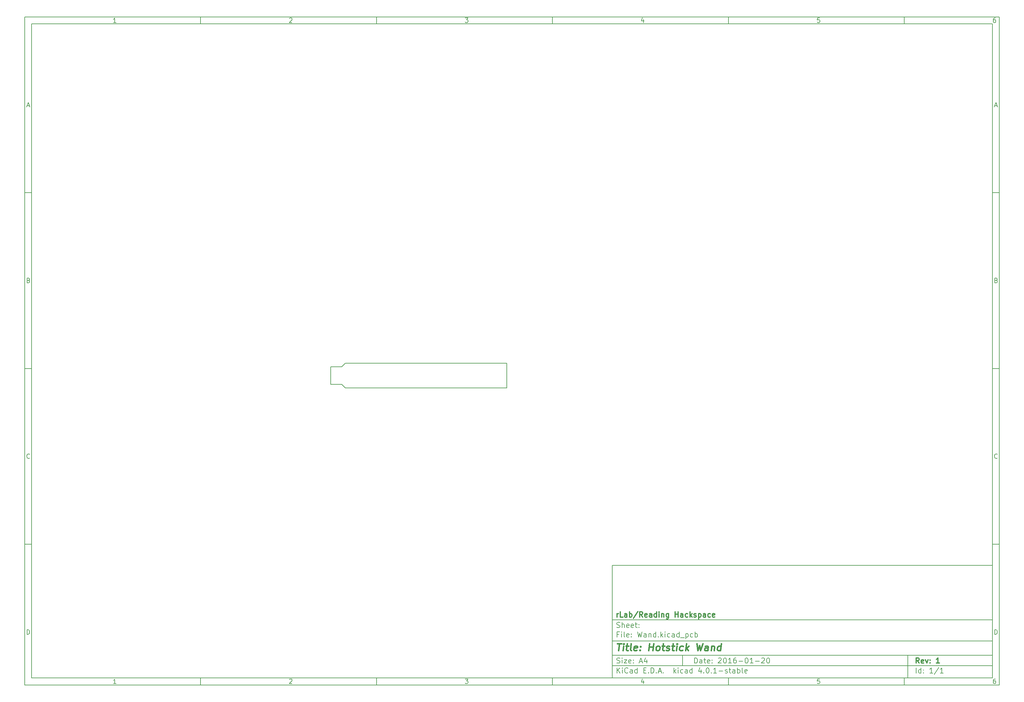
<source format=gbr>
G04 #@! TF.FileFunction,Profile,NP*
%FSLAX46Y46*%
G04 Gerber Fmt 4.6, Leading zero omitted, Abs format (unit mm)*
G04 Created by KiCad (PCBNEW 4.0.1-stable) date 29/01/2016 19:20:18*
%MOMM*%
G01*
G04 APERTURE LIST*
%ADD10C,0.100000*%
%ADD11C,0.150000*%
%ADD12C,0.300000*%
%ADD13C,0.400000*%
G04 APERTURE END LIST*
D10*
D11*
X177002200Y-166007200D02*
X177002200Y-198007200D01*
X285002200Y-198007200D01*
X285002200Y-166007200D01*
X177002200Y-166007200D01*
D10*
D11*
X10000000Y-10000000D02*
X10000000Y-200007200D01*
X287002200Y-200007200D01*
X287002200Y-10000000D01*
X10000000Y-10000000D01*
D10*
D11*
X12000000Y-12000000D02*
X12000000Y-198007200D01*
X285002200Y-198007200D01*
X285002200Y-12000000D01*
X12000000Y-12000000D01*
D10*
D11*
X60000000Y-12000000D02*
X60000000Y-10000000D01*
D10*
D11*
X110000000Y-12000000D02*
X110000000Y-10000000D01*
D10*
D11*
X160000000Y-12000000D02*
X160000000Y-10000000D01*
D10*
D11*
X210000000Y-12000000D02*
X210000000Y-10000000D01*
D10*
D11*
X260000000Y-12000000D02*
X260000000Y-10000000D01*
D10*
D11*
X35990476Y-11588095D02*
X35247619Y-11588095D01*
X35619048Y-11588095D02*
X35619048Y-10288095D01*
X35495238Y-10473810D01*
X35371429Y-10597619D01*
X35247619Y-10659524D01*
D10*
D11*
X85247619Y-10411905D02*
X85309524Y-10350000D01*
X85433333Y-10288095D01*
X85742857Y-10288095D01*
X85866667Y-10350000D01*
X85928571Y-10411905D01*
X85990476Y-10535714D01*
X85990476Y-10659524D01*
X85928571Y-10845238D01*
X85185714Y-11588095D01*
X85990476Y-11588095D01*
D10*
D11*
X135185714Y-10288095D02*
X135990476Y-10288095D01*
X135557143Y-10783333D01*
X135742857Y-10783333D01*
X135866667Y-10845238D01*
X135928571Y-10907143D01*
X135990476Y-11030952D01*
X135990476Y-11340476D01*
X135928571Y-11464286D01*
X135866667Y-11526190D01*
X135742857Y-11588095D01*
X135371429Y-11588095D01*
X135247619Y-11526190D01*
X135185714Y-11464286D01*
D10*
D11*
X185866667Y-10721429D02*
X185866667Y-11588095D01*
X185557143Y-10226190D02*
X185247619Y-11154762D01*
X186052381Y-11154762D01*
D10*
D11*
X235928571Y-10288095D02*
X235309524Y-10288095D01*
X235247619Y-10907143D01*
X235309524Y-10845238D01*
X235433333Y-10783333D01*
X235742857Y-10783333D01*
X235866667Y-10845238D01*
X235928571Y-10907143D01*
X235990476Y-11030952D01*
X235990476Y-11340476D01*
X235928571Y-11464286D01*
X235866667Y-11526190D01*
X235742857Y-11588095D01*
X235433333Y-11588095D01*
X235309524Y-11526190D01*
X235247619Y-11464286D01*
D10*
D11*
X285866667Y-10288095D02*
X285619048Y-10288095D01*
X285495238Y-10350000D01*
X285433333Y-10411905D01*
X285309524Y-10597619D01*
X285247619Y-10845238D01*
X285247619Y-11340476D01*
X285309524Y-11464286D01*
X285371429Y-11526190D01*
X285495238Y-11588095D01*
X285742857Y-11588095D01*
X285866667Y-11526190D01*
X285928571Y-11464286D01*
X285990476Y-11340476D01*
X285990476Y-11030952D01*
X285928571Y-10907143D01*
X285866667Y-10845238D01*
X285742857Y-10783333D01*
X285495238Y-10783333D01*
X285371429Y-10845238D01*
X285309524Y-10907143D01*
X285247619Y-11030952D01*
D10*
D11*
X60000000Y-198007200D02*
X60000000Y-200007200D01*
D10*
D11*
X110000000Y-198007200D02*
X110000000Y-200007200D01*
D10*
D11*
X160000000Y-198007200D02*
X160000000Y-200007200D01*
D10*
D11*
X210000000Y-198007200D02*
X210000000Y-200007200D01*
D10*
D11*
X260000000Y-198007200D02*
X260000000Y-200007200D01*
D10*
D11*
X35990476Y-199595295D02*
X35247619Y-199595295D01*
X35619048Y-199595295D02*
X35619048Y-198295295D01*
X35495238Y-198481010D01*
X35371429Y-198604819D01*
X35247619Y-198666724D01*
D10*
D11*
X85247619Y-198419105D02*
X85309524Y-198357200D01*
X85433333Y-198295295D01*
X85742857Y-198295295D01*
X85866667Y-198357200D01*
X85928571Y-198419105D01*
X85990476Y-198542914D01*
X85990476Y-198666724D01*
X85928571Y-198852438D01*
X85185714Y-199595295D01*
X85990476Y-199595295D01*
D10*
D11*
X135185714Y-198295295D02*
X135990476Y-198295295D01*
X135557143Y-198790533D01*
X135742857Y-198790533D01*
X135866667Y-198852438D01*
X135928571Y-198914343D01*
X135990476Y-199038152D01*
X135990476Y-199347676D01*
X135928571Y-199471486D01*
X135866667Y-199533390D01*
X135742857Y-199595295D01*
X135371429Y-199595295D01*
X135247619Y-199533390D01*
X135185714Y-199471486D01*
D10*
D11*
X185866667Y-198728629D02*
X185866667Y-199595295D01*
X185557143Y-198233390D02*
X185247619Y-199161962D01*
X186052381Y-199161962D01*
D10*
D11*
X235928571Y-198295295D02*
X235309524Y-198295295D01*
X235247619Y-198914343D01*
X235309524Y-198852438D01*
X235433333Y-198790533D01*
X235742857Y-198790533D01*
X235866667Y-198852438D01*
X235928571Y-198914343D01*
X235990476Y-199038152D01*
X235990476Y-199347676D01*
X235928571Y-199471486D01*
X235866667Y-199533390D01*
X235742857Y-199595295D01*
X235433333Y-199595295D01*
X235309524Y-199533390D01*
X235247619Y-199471486D01*
D10*
D11*
X285866667Y-198295295D02*
X285619048Y-198295295D01*
X285495238Y-198357200D01*
X285433333Y-198419105D01*
X285309524Y-198604819D01*
X285247619Y-198852438D01*
X285247619Y-199347676D01*
X285309524Y-199471486D01*
X285371429Y-199533390D01*
X285495238Y-199595295D01*
X285742857Y-199595295D01*
X285866667Y-199533390D01*
X285928571Y-199471486D01*
X285990476Y-199347676D01*
X285990476Y-199038152D01*
X285928571Y-198914343D01*
X285866667Y-198852438D01*
X285742857Y-198790533D01*
X285495238Y-198790533D01*
X285371429Y-198852438D01*
X285309524Y-198914343D01*
X285247619Y-199038152D01*
D10*
D11*
X10000000Y-60000000D02*
X12000000Y-60000000D01*
D10*
D11*
X10000000Y-110000000D02*
X12000000Y-110000000D01*
D10*
D11*
X10000000Y-160000000D02*
X12000000Y-160000000D01*
D10*
D11*
X10690476Y-35216667D02*
X11309524Y-35216667D01*
X10566667Y-35588095D02*
X11000000Y-34288095D01*
X11433333Y-35588095D01*
D10*
D11*
X11092857Y-84907143D02*
X11278571Y-84969048D01*
X11340476Y-85030952D01*
X11402381Y-85154762D01*
X11402381Y-85340476D01*
X11340476Y-85464286D01*
X11278571Y-85526190D01*
X11154762Y-85588095D01*
X10659524Y-85588095D01*
X10659524Y-84288095D01*
X11092857Y-84288095D01*
X11216667Y-84350000D01*
X11278571Y-84411905D01*
X11340476Y-84535714D01*
X11340476Y-84659524D01*
X11278571Y-84783333D01*
X11216667Y-84845238D01*
X11092857Y-84907143D01*
X10659524Y-84907143D01*
D10*
D11*
X11402381Y-135464286D02*
X11340476Y-135526190D01*
X11154762Y-135588095D01*
X11030952Y-135588095D01*
X10845238Y-135526190D01*
X10721429Y-135402381D01*
X10659524Y-135278571D01*
X10597619Y-135030952D01*
X10597619Y-134845238D01*
X10659524Y-134597619D01*
X10721429Y-134473810D01*
X10845238Y-134350000D01*
X11030952Y-134288095D01*
X11154762Y-134288095D01*
X11340476Y-134350000D01*
X11402381Y-134411905D01*
D10*
D11*
X10659524Y-185588095D02*
X10659524Y-184288095D01*
X10969048Y-184288095D01*
X11154762Y-184350000D01*
X11278571Y-184473810D01*
X11340476Y-184597619D01*
X11402381Y-184845238D01*
X11402381Y-185030952D01*
X11340476Y-185278571D01*
X11278571Y-185402381D01*
X11154762Y-185526190D01*
X10969048Y-185588095D01*
X10659524Y-185588095D01*
D10*
D11*
X287002200Y-60000000D02*
X285002200Y-60000000D01*
D10*
D11*
X287002200Y-110000000D02*
X285002200Y-110000000D01*
D10*
D11*
X287002200Y-160000000D02*
X285002200Y-160000000D01*
D10*
D11*
X285692676Y-35216667D02*
X286311724Y-35216667D01*
X285568867Y-35588095D02*
X286002200Y-34288095D01*
X286435533Y-35588095D01*
D10*
D11*
X286095057Y-84907143D02*
X286280771Y-84969048D01*
X286342676Y-85030952D01*
X286404581Y-85154762D01*
X286404581Y-85340476D01*
X286342676Y-85464286D01*
X286280771Y-85526190D01*
X286156962Y-85588095D01*
X285661724Y-85588095D01*
X285661724Y-84288095D01*
X286095057Y-84288095D01*
X286218867Y-84350000D01*
X286280771Y-84411905D01*
X286342676Y-84535714D01*
X286342676Y-84659524D01*
X286280771Y-84783333D01*
X286218867Y-84845238D01*
X286095057Y-84907143D01*
X285661724Y-84907143D01*
D10*
D11*
X286404581Y-135464286D02*
X286342676Y-135526190D01*
X286156962Y-135588095D01*
X286033152Y-135588095D01*
X285847438Y-135526190D01*
X285723629Y-135402381D01*
X285661724Y-135278571D01*
X285599819Y-135030952D01*
X285599819Y-134845238D01*
X285661724Y-134597619D01*
X285723629Y-134473810D01*
X285847438Y-134350000D01*
X286033152Y-134288095D01*
X286156962Y-134288095D01*
X286342676Y-134350000D01*
X286404581Y-134411905D01*
D10*
D11*
X285661724Y-185588095D02*
X285661724Y-184288095D01*
X285971248Y-184288095D01*
X286156962Y-184350000D01*
X286280771Y-184473810D01*
X286342676Y-184597619D01*
X286404581Y-184845238D01*
X286404581Y-185030952D01*
X286342676Y-185278571D01*
X286280771Y-185402381D01*
X286156962Y-185526190D01*
X285971248Y-185588095D01*
X285661724Y-185588095D01*
D10*
D11*
X200359343Y-193785771D02*
X200359343Y-192285771D01*
X200716486Y-192285771D01*
X200930771Y-192357200D01*
X201073629Y-192500057D01*
X201145057Y-192642914D01*
X201216486Y-192928629D01*
X201216486Y-193142914D01*
X201145057Y-193428629D01*
X201073629Y-193571486D01*
X200930771Y-193714343D01*
X200716486Y-193785771D01*
X200359343Y-193785771D01*
X202502200Y-193785771D02*
X202502200Y-193000057D01*
X202430771Y-192857200D01*
X202287914Y-192785771D01*
X202002200Y-192785771D01*
X201859343Y-192857200D01*
X202502200Y-193714343D02*
X202359343Y-193785771D01*
X202002200Y-193785771D01*
X201859343Y-193714343D01*
X201787914Y-193571486D01*
X201787914Y-193428629D01*
X201859343Y-193285771D01*
X202002200Y-193214343D01*
X202359343Y-193214343D01*
X202502200Y-193142914D01*
X203002200Y-192785771D02*
X203573629Y-192785771D01*
X203216486Y-192285771D02*
X203216486Y-193571486D01*
X203287914Y-193714343D01*
X203430772Y-193785771D01*
X203573629Y-193785771D01*
X204645057Y-193714343D02*
X204502200Y-193785771D01*
X204216486Y-193785771D01*
X204073629Y-193714343D01*
X204002200Y-193571486D01*
X204002200Y-193000057D01*
X204073629Y-192857200D01*
X204216486Y-192785771D01*
X204502200Y-192785771D01*
X204645057Y-192857200D01*
X204716486Y-193000057D01*
X204716486Y-193142914D01*
X204002200Y-193285771D01*
X205359343Y-193642914D02*
X205430771Y-193714343D01*
X205359343Y-193785771D01*
X205287914Y-193714343D01*
X205359343Y-193642914D01*
X205359343Y-193785771D01*
X205359343Y-192857200D02*
X205430771Y-192928629D01*
X205359343Y-193000057D01*
X205287914Y-192928629D01*
X205359343Y-192857200D01*
X205359343Y-193000057D01*
X207145057Y-192428629D02*
X207216486Y-192357200D01*
X207359343Y-192285771D01*
X207716486Y-192285771D01*
X207859343Y-192357200D01*
X207930772Y-192428629D01*
X208002200Y-192571486D01*
X208002200Y-192714343D01*
X207930772Y-192928629D01*
X207073629Y-193785771D01*
X208002200Y-193785771D01*
X208930771Y-192285771D02*
X209073628Y-192285771D01*
X209216485Y-192357200D01*
X209287914Y-192428629D01*
X209359343Y-192571486D01*
X209430771Y-192857200D01*
X209430771Y-193214343D01*
X209359343Y-193500057D01*
X209287914Y-193642914D01*
X209216485Y-193714343D01*
X209073628Y-193785771D01*
X208930771Y-193785771D01*
X208787914Y-193714343D01*
X208716485Y-193642914D01*
X208645057Y-193500057D01*
X208573628Y-193214343D01*
X208573628Y-192857200D01*
X208645057Y-192571486D01*
X208716485Y-192428629D01*
X208787914Y-192357200D01*
X208930771Y-192285771D01*
X210859342Y-193785771D02*
X210002199Y-193785771D01*
X210430771Y-193785771D02*
X210430771Y-192285771D01*
X210287914Y-192500057D01*
X210145056Y-192642914D01*
X210002199Y-192714343D01*
X212145056Y-192285771D02*
X211859342Y-192285771D01*
X211716485Y-192357200D01*
X211645056Y-192428629D01*
X211502199Y-192642914D01*
X211430770Y-192928629D01*
X211430770Y-193500057D01*
X211502199Y-193642914D01*
X211573627Y-193714343D01*
X211716485Y-193785771D01*
X212002199Y-193785771D01*
X212145056Y-193714343D01*
X212216485Y-193642914D01*
X212287913Y-193500057D01*
X212287913Y-193142914D01*
X212216485Y-193000057D01*
X212145056Y-192928629D01*
X212002199Y-192857200D01*
X211716485Y-192857200D01*
X211573627Y-192928629D01*
X211502199Y-193000057D01*
X211430770Y-193142914D01*
X212930770Y-193214343D02*
X214073627Y-193214343D01*
X215073627Y-192285771D02*
X215216484Y-192285771D01*
X215359341Y-192357200D01*
X215430770Y-192428629D01*
X215502199Y-192571486D01*
X215573627Y-192857200D01*
X215573627Y-193214343D01*
X215502199Y-193500057D01*
X215430770Y-193642914D01*
X215359341Y-193714343D01*
X215216484Y-193785771D01*
X215073627Y-193785771D01*
X214930770Y-193714343D01*
X214859341Y-193642914D01*
X214787913Y-193500057D01*
X214716484Y-193214343D01*
X214716484Y-192857200D01*
X214787913Y-192571486D01*
X214859341Y-192428629D01*
X214930770Y-192357200D01*
X215073627Y-192285771D01*
X217002198Y-193785771D02*
X216145055Y-193785771D01*
X216573627Y-193785771D02*
X216573627Y-192285771D01*
X216430770Y-192500057D01*
X216287912Y-192642914D01*
X216145055Y-192714343D01*
X217645055Y-193214343D02*
X218787912Y-193214343D01*
X219430769Y-192428629D02*
X219502198Y-192357200D01*
X219645055Y-192285771D01*
X220002198Y-192285771D01*
X220145055Y-192357200D01*
X220216484Y-192428629D01*
X220287912Y-192571486D01*
X220287912Y-192714343D01*
X220216484Y-192928629D01*
X219359341Y-193785771D01*
X220287912Y-193785771D01*
X221216483Y-192285771D02*
X221359340Y-192285771D01*
X221502197Y-192357200D01*
X221573626Y-192428629D01*
X221645055Y-192571486D01*
X221716483Y-192857200D01*
X221716483Y-193214343D01*
X221645055Y-193500057D01*
X221573626Y-193642914D01*
X221502197Y-193714343D01*
X221359340Y-193785771D01*
X221216483Y-193785771D01*
X221073626Y-193714343D01*
X221002197Y-193642914D01*
X220930769Y-193500057D01*
X220859340Y-193214343D01*
X220859340Y-192857200D01*
X220930769Y-192571486D01*
X221002197Y-192428629D01*
X221073626Y-192357200D01*
X221216483Y-192285771D01*
D10*
D11*
X177002200Y-194507200D02*
X285002200Y-194507200D01*
D10*
D11*
X178359343Y-196585771D02*
X178359343Y-195085771D01*
X179216486Y-196585771D02*
X178573629Y-195728629D01*
X179216486Y-195085771D02*
X178359343Y-195942914D01*
X179859343Y-196585771D02*
X179859343Y-195585771D01*
X179859343Y-195085771D02*
X179787914Y-195157200D01*
X179859343Y-195228629D01*
X179930771Y-195157200D01*
X179859343Y-195085771D01*
X179859343Y-195228629D01*
X181430772Y-196442914D02*
X181359343Y-196514343D01*
X181145057Y-196585771D01*
X181002200Y-196585771D01*
X180787915Y-196514343D01*
X180645057Y-196371486D01*
X180573629Y-196228629D01*
X180502200Y-195942914D01*
X180502200Y-195728629D01*
X180573629Y-195442914D01*
X180645057Y-195300057D01*
X180787915Y-195157200D01*
X181002200Y-195085771D01*
X181145057Y-195085771D01*
X181359343Y-195157200D01*
X181430772Y-195228629D01*
X182716486Y-196585771D02*
X182716486Y-195800057D01*
X182645057Y-195657200D01*
X182502200Y-195585771D01*
X182216486Y-195585771D01*
X182073629Y-195657200D01*
X182716486Y-196514343D02*
X182573629Y-196585771D01*
X182216486Y-196585771D01*
X182073629Y-196514343D01*
X182002200Y-196371486D01*
X182002200Y-196228629D01*
X182073629Y-196085771D01*
X182216486Y-196014343D01*
X182573629Y-196014343D01*
X182716486Y-195942914D01*
X184073629Y-196585771D02*
X184073629Y-195085771D01*
X184073629Y-196514343D02*
X183930772Y-196585771D01*
X183645058Y-196585771D01*
X183502200Y-196514343D01*
X183430772Y-196442914D01*
X183359343Y-196300057D01*
X183359343Y-195871486D01*
X183430772Y-195728629D01*
X183502200Y-195657200D01*
X183645058Y-195585771D01*
X183930772Y-195585771D01*
X184073629Y-195657200D01*
X185930772Y-195800057D02*
X186430772Y-195800057D01*
X186645058Y-196585771D02*
X185930772Y-196585771D01*
X185930772Y-195085771D01*
X186645058Y-195085771D01*
X187287915Y-196442914D02*
X187359343Y-196514343D01*
X187287915Y-196585771D01*
X187216486Y-196514343D01*
X187287915Y-196442914D01*
X187287915Y-196585771D01*
X188002201Y-196585771D02*
X188002201Y-195085771D01*
X188359344Y-195085771D01*
X188573629Y-195157200D01*
X188716487Y-195300057D01*
X188787915Y-195442914D01*
X188859344Y-195728629D01*
X188859344Y-195942914D01*
X188787915Y-196228629D01*
X188716487Y-196371486D01*
X188573629Y-196514343D01*
X188359344Y-196585771D01*
X188002201Y-196585771D01*
X189502201Y-196442914D02*
X189573629Y-196514343D01*
X189502201Y-196585771D01*
X189430772Y-196514343D01*
X189502201Y-196442914D01*
X189502201Y-196585771D01*
X190145058Y-196157200D02*
X190859344Y-196157200D01*
X190002201Y-196585771D02*
X190502201Y-195085771D01*
X191002201Y-196585771D01*
X191502201Y-196442914D02*
X191573629Y-196514343D01*
X191502201Y-196585771D01*
X191430772Y-196514343D01*
X191502201Y-196442914D01*
X191502201Y-196585771D01*
X194502201Y-196585771D02*
X194502201Y-195085771D01*
X194645058Y-196014343D02*
X195073629Y-196585771D01*
X195073629Y-195585771D02*
X194502201Y-196157200D01*
X195716487Y-196585771D02*
X195716487Y-195585771D01*
X195716487Y-195085771D02*
X195645058Y-195157200D01*
X195716487Y-195228629D01*
X195787915Y-195157200D01*
X195716487Y-195085771D01*
X195716487Y-195228629D01*
X197073630Y-196514343D02*
X196930773Y-196585771D01*
X196645059Y-196585771D01*
X196502201Y-196514343D01*
X196430773Y-196442914D01*
X196359344Y-196300057D01*
X196359344Y-195871486D01*
X196430773Y-195728629D01*
X196502201Y-195657200D01*
X196645059Y-195585771D01*
X196930773Y-195585771D01*
X197073630Y-195657200D01*
X198359344Y-196585771D02*
X198359344Y-195800057D01*
X198287915Y-195657200D01*
X198145058Y-195585771D01*
X197859344Y-195585771D01*
X197716487Y-195657200D01*
X198359344Y-196514343D02*
X198216487Y-196585771D01*
X197859344Y-196585771D01*
X197716487Y-196514343D01*
X197645058Y-196371486D01*
X197645058Y-196228629D01*
X197716487Y-196085771D01*
X197859344Y-196014343D01*
X198216487Y-196014343D01*
X198359344Y-195942914D01*
X199716487Y-196585771D02*
X199716487Y-195085771D01*
X199716487Y-196514343D02*
X199573630Y-196585771D01*
X199287916Y-196585771D01*
X199145058Y-196514343D01*
X199073630Y-196442914D01*
X199002201Y-196300057D01*
X199002201Y-195871486D01*
X199073630Y-195728629D01*
X199145058Y-195657200D01*
X199287916Y-195585771D01*
X199573630Y-195585771D01*
X199716487Y-195657200D01*
X202216487Y-195585771D02*
X202216487Y-196585771D01*
X201859344Y-195014343D02*
X201502201Y-196085771D01*
X202430773Y-196085771D01*
X203002201Y-196442914D02*
X203073629Y-196514343D01*
X203002201Y-196585771D01*
X202930772Y-196514343D01*
X203002201Y-196442914D01*
X203002201Y-196585771D01*
X204002201Y-195085771D02*
X204145058Y-195085771D01*
X204287915Y-195157200D01*
X204359344Y-195228629D01*
X204430773Y-195371486D01*
X204502201Y-195657200D01*
X204502201Y-196014343D01*
X204430773Y-196300057D01*
X204359344Y-196442914D01*
X204287915Y-196514343D01*
X204145058Y-196585771D01*
X204002201Y-196585771D01*
X203859344Y-196514343D01*
X203787915Y-196442914D01*
X203716487Y-196300057D01*
X203645058Y-196014343D01*
X203645058Y-195657200D01*
X203716487Y-195371486D01*
X203787915Y-195228629D01*
X203859344Y-195157200D01*
X204002201Y-195085771D01*
X205145058Y-196442914D02*
X205216486Y-196514343D01*
X205145058Y-196585771D01*
X205073629Y-196514343D01*
X205145058Y-196442914D01*
X205145058Y-196585771D01*
X206645058Y-196585771D02*
X205787915Y-196585771D01*
X206216487Y-196585771D02*
X206216487Y-195085771D01*
X206073630Y-195300057D01*
X205930772Y-195442914D01*
X205787915Y-195514343D01*
X207287915Y-196014343D02*
X208430772Y-196014343D01*
X209073629Y-196514343D02*
X209216486Y-196585771D01*
X209502201Y-196585771D01*
X209645058Y-196514343D01*
X209716486Y-196371486D01*
X209716486Y-196300057D01*
X209645058Y-196157200D01*
X209502201Y-196085771D01*
X209287915Y-196085771D01*
X209145058Y-196014343D01*
X209073629Y-195871486D01*
X209073629Y-195800057D01*
X209145058Y-195657200D01*
X209287915Y-195585771D01*
X209502201Y-195585771D01*
X209645058Y-195657200D01*
X210145058Y-195585771D02*
X210716487Y-195585771D01*
X210359344Y-195085771D02*
X210359344Y-196371486D01*
X210430772Y-196514343D01*
X210573630Y-196585771D01*
X210716487Y-196585771D01*
X211859344Y-196585771D02*
X211859344Y-195800057D01*
X211787915Y-195657200D01*
X211645058Y-195585771D01*
X211359344Y-195585771D01*
X211216487Y-195657200D01*
X211859344Y-196514343D02*
X211716487Y-196585771D01*
X211359344Y-196585771D01*
X211216487Y-196514343D01*
X211145058Y-196371486D01*
X211145058Y-196228629D01*
X211216487Y-196085771D01*
X211359344Y-196014343D01*
X211716487Y-196014343D01*
X211859344Y-195942914D01*
X212573630Y-196585771D02*
X212573630Y-195085771D01*
X212573630Y-195657200D02*
X212716487Y-195585771D01*
X213002201Y-195585771D01*
X213145058Y-195657200D01*
X213216487Y-195728629D01*
X213287916Y-195871486D01*
X213287916Y-196300057D01*
X213216487Y-196442914D01*
X213145058Y-196514343D01*
X213002201Y-196585771D01*
X212716487Y-196585771D01*
X212573630Y-196514343D01*
X214145059Y-196585771D02*
X214002201Y-196514343D01*
X213930773Y-196371486D01*
X213930773Y-195085771D01*
X215287915Y-196514343D02*
X215145058Y-196585771D01*
X214859344Y-196585771D01*
X214716487Y-196514343D01*
X214645058Y-196371486D01*
X214645058Y-195800057D01*
X214716487Y-195657200D01*
X214859344Y-195585771D01*
X215145058Y-195585771D01*
X215287915Y-195657200D01*
X215359344Y-195800057D01*
X215359344Y-195942914D01*
X214645058Y-196085771D01*
D10*
D11*
X177002200Y-191507200D02*
X285002200Y-191507200D01*
D10*
D12*
X264216486Y-193785771D02*
X263716486Y-193071486D01*
X263359343Y-193785771D02*
X263359343Y-192285771D01*
X263930771Y-192285771D01*
X264073629Y-192357200D01*
X264145057Y-192428629D01*
X264216486Y-192571486D01*
X264216486Y-192785771D01*
X264145057Y-192928629D01*
X264073629Y-193000057D01*
X263930771Y-193071486D01*
X263359343Y-193071486D01*
X265430771Y-193714343D02*
X265287914Y-193785771D01*
X265002200Y-193785771D01*
X264859343Y-193714343D01*
X264787914Y-193571486D01*
X264787914Y-193000057D01*
X264859343Y-192857200D01*
X265002200Y-192785771D01*
X265287914Y-192785771D01*
X265430771Y-192857200D01*
X265502200Y-193000057D01*
X265502200Y-193142914D01*
X264787914Y-193285771D01*
X266002200Y-192785771D02*
X266359343Y-193785771D01*
X266716485Y-192785771D01*
X267287914Y-193642914D02*
X267359342Y-193714343D01*
X267287914Y-193785771D01*
X267216485Y-193714343D01*
X267287914Y-193642914D01*
X267287914Y-193785771D01*
X267287914Y-192857200D02*
X267359342Y-192928629D01*
X267287914Y-193000057D01*
X267216485Y-192928629D01*
X267287914Y-192857200D01*
X267287914Y-193000057D01*
X269930771Y-193785771D02*
X269073628Y-193785771D01*
X269502200Y-193785771D02*
X269502200Y-192285771D01*
X269359343Y-192500057D01*
X269216485Y-192642914D01*
X269073628Y-192714343D01*
D10*
D11*
X178287914Y-193714343D02*
X178502200Y-193785771D01*
X178859343Y-193785771D01*
X179002200Y-193714343D01*
X179073629Y-193642914D01*
X179145057Y-193500057D01*
X179145057Y-193357200D01*
X179073629Y-193214343D01*
X179002200Y-193142914D01*
X178859343Y-193071486D01*
X178573629Y-193000057D01*
X178430771Y-192928629D01*
X178359343Y-192857200D01*
X178287914Y-192714343D01*
X178287914Y-192571486D01*
X178359343Y-192428629D01*
X178430771Y-192357200D01*
X178573629Y-192285771D01*
X178930771Y-192285771D01*
X179145057Y-192357200D01*
X179787914Y-193785771D02*
X179787914Y-192785771D01*
X179787914Y-192285771D02*
X179716485Y-192357200D01*
X179787914Y-192428629D01*
X179859342Y-192357200D01*
X179787914Y-192285771D01*
X179787914Y-192428629D01*
X180359343Y-192785771D02*
X181145057Y-192785771D01*
X180359343Y-193785771D01*
X181145057Y-193785771D01*
X182287914Y-193714343D02*
X182145057Y-193785771D01*
X181859343Y-193785771D01*
X181716486Y-193714343D01*
X181645057Y-193571486D01*
X181645057Y-193000057D01*
X181716486Y-192857200D01*
X181859343Y-192785771D01*
X182145057Y-192785771D01*
X182287914Y-192857200D01*
X182359343Y-193000057D01*
X182359343Y-193142914D01*
X181645057Y-193285771D01*
X183002200Y-193642914D02*
X183073628Y-193714343D01*
X183002200Y-193785771D01*
X182930771Y-193714343D01*
X183002200Y-193642914D01*
X183002200Y-193785771D01*
X183002200Y-192857200D02*
X183073628Y-192928629D01*
X183002200Y-193000057D01*
X182930771Y-192928629D01*
X183002200Y-192857200D01*
X183002200Y-193000057D01*
X184787914Y-193357200D02*
X185502200Y-193357200D01*
X184645057Y-193785771D02*
X185145057Y-192285771D01*
X185645057Y-193785771D01*
X186787914Y-192785771D02*
X186787914Y-193785771D01*
X186430771Y-192214343D02*
X186073628Y-193285771D01*
X187002200Y-193285771D01*
D10*
D11*
X263359343Y-196585771D02*
X263359343Y-195085771D01*
X264716486Y-196585771D02*
X264716486Y-195085771D01*
X264716486Y-196514343D02*
X264573629Y-196585771D01*
X264287915Y-196585771D01*
X264145057Y-196514343D01*
X264073629Y-196442914D01*
X264002200Y-196300057D01*
X264002200Y-195871486D01*
X264073629Y-195728629D01*
X264145057Y-195657200D01*
X264287915Y-195585771D01*
X264573629Y-195585771D01*
X264716486Y-195657200D01*
X265430772Y-196442914D02*
X265502200Y-196514343D01*
X265430772Y-196585771D01*
X265359343Y-196514343D01*
X265430772Y-196442914D01*
X265430772Y-196585771D01*
X265430772Y-195657200D02*
X265502200Y-195728629D01*
X265430772Y-195800057D01*
X265359343Y-195728629D01*
X265430772Y-195657200D01*
X265430772Y-195800057D01*
X268073629Y-196585771D02*
X267216486Y-196585771D01*
X267645058Y-196585771D02*
X267645058Y-195085771D01*
X267502201Y-195300057D01*
X267359343Y-195442914D01*
X267216486Y-195514343D01*
X269787914Y-195014343D02*
X268502200Y-196942914D01*
X271073629Y-196585771D02*
X270216486Y-196585771D01*
X270645058Y-196585771D02*
X270645058Y-195085771D01*
X270502201Y-195300057D01*
X270359343Y-195442914D01*
X270216486Y-195514343D01*
D10*
D11*
X177002200Y-187507200D02*
X285002200Y-187507200D01*
D10*
D13*
X178454581Y-188211962D02*
X179597438Y-188211962D01*
X178776010Y-190211962D02*
X179026010Y-188211962D01*
X180014105Y-190211962D02*
X180180771Y-188878629D01*
X180264105Y-188211962D02*
X180156962Y-188307200D01*
X180240295Y-188402438D01*
X180347439Y-188307200D01*
X180264105Y-188211962D01*
X180240295Y-188402438D01*
X180847438Y-188878629D02*
X181609343Y-188878629D01*
X181216486Y-188211962D02*
X181002200Y-189926248D01*
X181073630Y-190116724D01*
X181252201Y-190211962D01*
X181442677Y-190211962D01*
X182395058Y-190211962D02*
X182216487Y-190116724D01*
X182145057Y-189926248D01*
X182359343Y-188211962D01*
X183930772Y-190116724D02*
X183728391Y-190211962D01*
X183347439Y-190211962D01*
X183168867Y-190116724D01*
X183097438Y-189926248D01*
X183192676Y-189164343D01*
X183311724Y-188973867D01*
X183514105Y-188878629D01*
X183895057Y-188878629D01*
X184073629Y-188973867D01*
X184145057Y-189164343D01*
X184121248Y-189354819D01*
X183145057Y-189545295D01*
X184895057Y-190021486D02*
X184978392Y-190116724D01*
X184871248Y-190211962D01*
X184787915Y-190116724D01*
X184895057Y-190021486D01*
X184871248Y-190211962D01*
X185026010Y-188973867D02*
X185109344Y-189069105D01*
X185002200Y-189164343D01*
X184918867Y-189069105D01*
X185026010Y-188973867D01*
X185002200Y-189164343D01*
X187347439Y-190211962D02*
X187597439Y-188211962D01*
X187478391Y-189164343D02*
X188621249Y-189164343D01*
X188490297Y-190211962D02*
X188740297Y-188211962D01*
X189728392Y-190211962D02*
X189549821Y-190116724D01*
X189466486Y-190021486D01*
X189395058Y-189831010D01*
X189466486Y-189259581D01*
X189585534Y-189069105D01*
X189692678Y-188973867D01*
X189895058Y-188878629D01*
X190180772Y-188878629D01*
X190359344Y-188973867D01*
X190442677Y-189069105D01*
X190514105Y-189259581D01*
X190442677Y-189831010D01*
X190323629Y-190021486D01*
X190216487Y-190116724D01*
X190014106Y-190211962D01*
X189728392Y-190211962D01*
X191133153Y-188878629D02*
X191895058Y-188878629D01*
X191502201Y-188211962D02*
X191287915Y-189926248D01*
X191359345Y-190116724D01*
X191537916Y-190211962D01*
X191728392Y-190211962D01*
X192311725Y-190116724D02*
X192490297Y-190211962D01*
X192871249Y-190211962D01*
X193073630Y-190116724D01*
X193192677Y-189926248D01*
X193204582Y-189831010D01*
X193133153Y-189640533D01*
X192954582Y-189545295D01*
X192668868Y-189545295D01*
X192490296Y-189450057D01*
X192418867Y-189259581D01*
X192430772Y-189164343D01*
X192549820Y-188973867D01*
X192752201Y-188878629D01*
X193037915Y-188878629D01*
X193216487Y-188973867D01*
X193895058Y-188878629D02*
X194656963Y-188878629D01*
X194264106Y-188211962D02*
X194049820Y-189926248D01*
X194121250Y-190116724D01*
X194299821Y-190211962D01*
X194490297Y-190211962D01*
X195156963Y-190211962D02*
X195323629Y-188878629D01*
X195406963Y-188211962D02*
X195299820Y-188307200D01*
X195383153Y-188402438D01*
X195490297Y-188307200D01*
X195406963Y-188211962D01*
X195383153Y-188402438D01*
X196978392Y-190116724D02*
X196776011Y-190211962D01*
X196395059Y-190211962D01*
X196216488Y-190116724D01*
X196133153Y-190021486D01*
X196061725Y-189831010D01*
X196133153Y-189259581D01*
X196252201Y-189069105D01*
X196359345Y-188973867D01*
X196561725Y-188878629D01*
X196942677Y-188878629D01*
X197121249Y-188973867D01*
X197823630Y-190211962D02*
X198073630Y-188211962D01*
X198109345Y-189450057D02*
X198585535Y-190211962D01*
X198752201Y-188878629D02*
X197895058Y-189640533D01*
X201026012Y-188211962D02*
X201252203Y-190211962D01*
X201811726Y-188783390D01*
X202014108Y-190211962D01*
X202740298Y-188211962D01*
X204109345Y-190211962D02*
X204240297Y-189164343D01*
X204168869Y-188973867D01*
X203990297Y-188878629D01*
X203609345Y-188878629D01*
X203406964Y-188973867D01*
X204121250Y-190116724D02*
X203918869Y-190211962D01*
X203442679Y-190211962D01*
X203264107Y-190116724D01*
X203192678Y-189926248D01*
X203216488Y-189735771D01*
X203335535Y-189545295D01*
X203537917Y-189450057D01*
X204014107Y-189450057D01*
X204216488Y-189354819D01*
X205228392Y-188878629D02*
X205061726Y-190211962D01*
X205204583Y-189069105D02*
X205311727Y-188973867D01*
X205514107Y-188878629D01*
X205799821Y-188878629D01*
X205978393Y-188973867D01*
X206049821Y-189164343D01*
X205918869Y-190211962D01*
X207728393Y-190211962D02*
X207978393Y-188211962D01*
X207740298Y-190116724D02*
X207537917Y-190211962D01*
X207156965Y-190211962D01*
X206978394Y-190116724D01*
X206895059Y-190021486D01*
X206823631Y-189831010D01*
X206895059Y-189259581D01*
X207014107Y-189069105D01*
X207121251Y-188973867D01*
X207323631Y-188878629D01*
X207704583Y-188878629D01*
X207883155Y-188973867D01*
D10*
D11*
X178859343Y-185600057D02*
X178359343Y-185600057D01*
X178359343Y-186385771D02*
X178359343Y-184885771D01*
X179073629Y-184885771D01*
X179645057Y-186385771D02*
X179645057Y-185385771D01*
X179645057Y-184885771D02*
X179573628Y-184957200D01*
X179645057Y-185028629D01*
X179716485Y-184957200D01*
X179645057Y-184885771D01*
X179645057Y-185028629D01*
X180573629Y-186385771D02*
X180430771Y-186314343D01*
X180359343Y-186171486D01*
X180359343Y-184885771D01*
X181716485Y-186314343D02*
X181573628Y-186385771D01*
X181287914Y-186385771D01*
X181145057Y-186314343D01*
X181073628Y-186171486D01*
X181073628Y-185600057D01*
X181145057Y-185457200D01*
X181287914Y-185385771D01*
X181573628Y-185385771D01*
X181716485Y-185457200D01*
X181787914Y-185600057D01*
X181787914Y-185742914D01*
X181073628Y-185885771D01*
X182430771Y-186242914D02*
X182502199Y-186314343D01*
X182430771Y-186385771D01*
X182359342Y-186314343D01*
X182430771Y-186242914D01*
X182430771Y-186385771D01*
X182430771Y-185457200D02*
X182502199Y-185528629D01*
X182430771Y-185600057D01*
X182359342Y-185528629D01*
X182430771Y-185457200D01*
X182430771Y-185600057D01*
X184145057Y-184885771D02*
X184502200Y-186385771D01*
X184787914Y-185314343D01*
X185073628Y-186385771D01*
X185430771Y-184885771D01*
X186645057Y-186385771D02*
X186645057Y-185600057D01*
X186573628Y-185457200D01*
X186430771Y-185385771D01*
X186145057Y-185385771D01*
X186002200Y-185457200D01*
X186645057Y-186314343D02*
X186502200Y-186385771D01*
X186145057Y-186385771D01*
X186002200Y-186314343D01*
X185930771Y-186171486D01*
X185930771Y-186028629D01*
X186002200Y-185885771D01*
X186145057Y-185814343D01*
X186502200Y-185814343D01*
X186645057Y-185742914D01*
X187359343Y-185385771D02*
X187359343Y-186385771D01*
X187359343Y-185528629D02*
X187430771Y-185457200D01*
X187573629Y-185385771D01*
X187787914Y-185385771D01*
X187930771Y-185457200D01*
X188002200Y-185600057D01*
X188002200Y-186385771D01*
X189359343Y-186385771D02*
X189359343Y-184885771D01*
X189359343Y-186314343D02*
X189216486Y-186385771D01*
X188930772Y-186385771D01*
X188787914Y-186314343D01*
X188716486Y-186242914D01*
X188645057Y-186100057D01*
X188645057Y-185671486D01*
X188716486Y-185528629D01*
X188787914Y-185457200D01*
X188930772Y-185385771D01*
X189216486Y-185385771D01*
X189359343Y-185457200D01*
X190073629Y-186242914D02*
X190145057Y-186314343D01*
X190073629Y-186385771D01*
X190002200Y-186314343D01*
X190073629Y-186242914D01*
X190073629Y-186385771D01*
X190787915Y-186385771D02*
X190787915Y-184885771D01*
X190930772Y-185814343D02*
X191359343Y-186385771D01*
X191359343Y-185385771D02*
X190787915Y-185957200D01*
X192002201Y-186385771D02*
X192002201Y-185385771D01*
X192002201Y-184885771D02*
X191930772Y-184957200D01*
X192002201Y-185028629D01*
X192073629Y-184957200D01*
X192002201Y-184885771D01*
X192002201Y-185028629D01*
X193359344Y-186314343D02*
X193216487Y-186385771D01*
X192930773Y-186385771D01*
X192787915Y-186314343D01*
X192716487Y-186242914D01*
X192645058Y-186100057D01*
X192645058Y-185671486D01*
X192716487Y-185528629D01*
X192787915Y-185457200D01*
X192930773Y-185385771D01*
X193216487Y-185385771D01*
X193359344Y-185457200D01*
X194645058Y-186385771D02*
X194645058Y-185600057D01*
X194573629Y-185457200D01*
X194430772Y-185385771D01*
X194145058Y-185385771D01*
X194002201Y-185457200D01*
X194645058Y-186314343D02*
X194502201Y-186385771D01*
X194145058Y-186385771D01*
X194002201Y-186314343D01*
X193930772Y-186171486D01*
X193930772Y-186028629D01*
X194002201Y-185885771D01*
X194145058Y-185814343D01*
X194502201Y-185814343D01*
X194645058Y-185742914D01*
X196002201Y-186385771D02*
X196002201Y-184885771D01*
X196002201Y-186314343D02*
X195859344Y-186385771D01*
X195573630Y-186385771D01*
X195430772Y-186314343D01*
X195359344Y-186242914D01*
X195287915Y-186100057D01*
X195287915Y-185671486D01*
X195359344Y-185528629D01*
X195430772Y-185457200D01*
X195573630Y-185385771D01*
X195859344Y-185385771D01*
X196002201Y-185457200D01*
X196359344Y-186528629D02*
X197502201Y-186528629D01*
X197859344Y-185385771D02*
X197859344Y-186885771D01*
X197859344Y-185457200D02*
X198002201Y-185385771D01*
X198287915Y-185385771D01*
X198430772Y-185457200D01*
X198502201Y-185528629D01*
X198573630Y-185671486D01*
X198573630Y-186100057D01*
X198502201Y-186242914D01*
X198430772Y-186314343D01*
X198287915Y-186385771D01*
X198002201Y-186385771D01*
X197859344Y-186314343D01*
X199859344Y-186314343D02*
X199716487Y-186385771D01*
X199430773Y-186385771D01*
X199287915Y-186314343D01*
X199216487Y-186242914D01*
X199145058Y-186100057D01*
X199145058Y-185671486D01*
X199216487Y-185528629D01*
X199287915Y-185457200D01*
X199430773Y-185385771D01*
X199716487Y-185385771D01*
X199859344Y-185457200D01*
X200502201Y-186385771D02*
X200502201Y-184885771D01*
X200502201Y-185457200D02*
X200645058Y-185385771D01*
X200930772Y-185385771D01*
X201073629Y-185457200D01*
X201145058Y-185528629D01*
X201216487Y-185671486D01*
X201216487Y-186100057D01*
X201145058Y-186242914D01*
X201073629Y-186314343D01*
X200930772Y-186385771D01*
X200645058Y-186385771D01*
X200502201Y-186314343D01*
D10*
D11*
X177002200Y-181507200D02*
X285002200Y-181507200D01*
D10*
D11*
X178287914Y-183614343D02*
X178502200Y-183685771D01*
X178859343Y-183685771D01*
X179002200Y-183614343D01*
X179073629Y-183542914D01*
X179145057Y-183400057D01*
X179145057Y-183257200D01*
X179073629Y-183114343D01*
X179002200Y-183042914D01*
X178859343Y-182971486D01*
X178573629Y-182900057D01*
X178430771Y-182828629D01*
X178359343Y-182757200D01*
X178287914Y-182614343D01*
X178287914Y-182471486D01*
X178359343Y-182328629D01*
X178430771Y-182257200D01*
X178573629Y-182185771D01*
X178930771Y-182185771D01*
X179145057Y-182257200D01*
X179787914Y-183685771D02*
X179787914Y-182185771D01*
X180430771Y-183685771D02*
X180430771Y-182900057D01*
X180359342Y-182757200D01*
X180216485Y-182685771D01*
X180002200Y-182685771D01*
X179859342Y-182757200D01*
X179787914Y-182828629D01*
X181716485Y-183614343D02*
X181573628Y-183685771D01*
X181287914Y-183685771D01*
X181145057Y-183614343D01*
X181073628Y-183471486D01*
X181073628Y-182900057D01*
X181145057Y-182757200D01*
X181287914Y-182685771D01*
X181573628Y-182685771D01*
X181716485Y-182757200D01*
X181787914Y-182900057D01*
X181787914Y-183042914D01*
X181073628Y-183185771D01*
X183002199Y-183614343D02*
X182859342Y-183685771D01*
X182573628Y-183685771D01*
X182430771Y-183614343D01*
X182359342Y-183471486D01*
X182359342Y-182900057D01*
X182430771Y-182757200D01*
X182573628Y-182685771D01*
X182859342Y-182685771D01*
X183002199Y-182757200D01*
X183073628Y-182900057D01*
X183073628Y-183042914D01*
X182359342Y-183185771D01*
X183502199Y-182685771D02*
X184073628Y-182685771D01*
X183716485Y-182185771D02*
X183716485Y-183471486D01*
X183787913Y-183614343D01*
X183930771Y-183685771D01*
X184073628Y-183685771D01*
X184573628Y-183542914D02*
X184645056Y-183614343D01*
X184573628Y-183685771D01*
X184502199Y-183614343D01*
X184573628Y-183542914D01*
X184573628Y-183685771D01*
X184573628Y-182757200D02*
X184645056Y-182828629D01*
X184573628Y-182900057D01*
X184502199Y-182828629D01*
X184573628Y-182757200D01*
X184573628Y-182900057D01*
D10*
D12*
X178359343Y-180685771D02*
X178359343Y-179685771D01*
X178359343Y-179971486D02*
X178430771Y-179828629D01*
X178502200Y-179757200D01*
X178645057Y-179685771D01*
X178787914Y-179685771D01*
X180002200Y-180685771D02*
X179287914Y-180685771D01*
X179287914Y-179185771D01*
X181145057Y-180685771D02*
X181145057Y-179900057D01*
X181073628Y-179757200D01*
X180930771Y-179685771D01*
X180645057Y-179685771D01*
X180502200Y-179757200D01*
X181145057Y-180614343D02*
X181002200Y-180685771D01*
X180645057Y-180685771D01*
X180502200Y-180614343D01*
X180430771Y-180471486D01*
X180430771Y-180328629D01*
X180502200Y-180185771D01*
X180645057Y-180114343D01*
X181002200Y-180114343D01*
X181145057Y-180042914D01*
X181859343Y-180685771D02*
X181859343Y-179185771D01*
X181859343Y-179757200D02*
X182002200Y-179685771D01*
X182287914Y-179685771D01*
X182430771Y-179757200D01*
X182502200Y-179828629D01*
X182573629Y-179971486D01*
X182573629Y-180400057D01*
X182502200Y-180542914D01*
X182430771Y-180614343D01*
X182287914Y-180685771D01*
X182002200Y-180685771D01*
X181859343Y-180614343D01*
X184287914Y-179114343D02*
X183002200Y-181042914D01*
X185645058Y-180685771D02*
X185145058Y-179971486D01*
X184787915Y-180685771D02*
X184787915Y-179185771D01*
X185359343Y-179185771D01*
X185502201Y-179257200D01*
X185573629Y-179328629D01*
X185645058Y-179471486D01*
X185645058Y-179685771D01*
X185573629Y-179828629D01*
X185502201Y-179900057D01*
X185359343Y-179971486D01*
X184787915Y-179971486D01*
X186859343Y-180614343D02*
X186716486Y-180685771D01*
X186430772Y-180685771D01*
X186287915Y-180614343D01*
X186216486Y-180471486D01*
X186216486Y-179900057D01*
X186287915Y-179757200D01*
X186430772Y-179685771D01*
X186716486Y-179685771D01*
X186859343Y-179757200D01*
X186930772Y-179900057D01*
X186930772Y-180042914D01*
X186216486Y-180185771D01*
X188216486Y-180685771D02*
X188216486Y-179900057D01*
X188145057Y-179757200D01*
X188002200Y-179685771D01*
X187716486Y-179685771D01*
X187573629Y-179757200D01*
X188216486Y-180614343D02*
X188073629Y-180685771D01*
X187716486Y-180685771D01*
X187573629Y-180614343D01*
X187502200Y-180471486D01*
X187502200Y-180328629D01*
X187573629Y-180185771D01*
X187716486Y-180114343D01*
X188073629Y-180114343D01*
X188216486Y-180042914D01*
X189573629Y-180685771D02*
X189573629Y-179185771D01*
X189573629Y-180614343D02*
X189430772Y-180685771D01*
X189145058Y-180685771D01*
X189002200Y-180614343D01*
X188930772Y-180542914D01*
X188859343Y-180400057D01*
X188859343Y-179971486D01*
X188930772Y-179828629D01*
X189002200Y-179757200D01*
X189145058Y-179685771D01*
X189430772Y-179685771D01*
X189573629Y-179757200D01*
X190287915Y-180685771D02*
X190287915Y-179685771D01*
X190287915Y-179185771D02*
X190216486Y-179257200D01*
X190287915Y-179328629D01*
X190359343Y-179257200D01*
X190287915Y-179185771D01*
X190287915Y-179328629D01*
X191002201Y-179685771D02*
X191002201Y-180685771D01*
X191002201Y-179828629D02*
X191073629Y-179757200D01*
X191216487Y-179685771D01*
X191430772Y-179685771D01*
X191573629Y-179757200D01*
X191645058Y-179900057D01*
X191645058Y-180685771D01*
X193002201Y-179685771D02*
X193002201Y-180900057D01*
X192930772Y-181042914D01*
X192859344Y-181114343D01*
X192716487Y-181185771D01*
X192502201Y-181185771D01*
X192359344Y-181114343D01*
X193002201Y-180614343D02*
X192859344Y-180685771D01*
X192573630Y-180685771D01*
X192430772Y-180614343D01*
X192359344Y-180542914D01*
X192287915Y-180400057D01*
X192287915Y-179971486D01*
X192359344Y-179828629D01*
X192430772Y-179757200D01*
X192573630Y-179685771D01*
X192859344Y-179685771D01*
X193002201Y-179757200D01*
X194859344Y-180685771D02*
X194859344Y-179185771D01*
X194859344Y-179900057D02*
X195716487Y-179900057D01*
X195716487Y-180685771D02*
X195716487Y-179185771D01*
X197073630Y-180685771D02*
X197073630Y-179900057D01*
X197002201Y-179757200D01*
X196859344Y-179685771D01*
X196573630Y-179685771D01*
X196430773Y-179757200D01*
X197073630Y-180614343D02*
X196930773Y-180685771D01*
X196573630Y-180685771D01*
X196430773Y-180614343D01*
X196359344Y-180471486D01*
X196359344Y-180328629D01*
X196430773Y-180185771D01*
X196573630Y-180114343D01*
X196930773Y-180114343D01*
X197073630Y-180042914D01*
X198430773Y-180614343D02*
X198287916Y-180685771D01*
X198002202Y-180685771D01*
X197859344Y-180614343D01*
X197787916Y-180542914D01*
X197716487Y-180400057D01*
X197716487Y-179971486D01*
X197787916Y-179828629D01*
X197859344Y-179757200D01*
X198002202Y-179685771D01*
X198287916Y-179685771D01*
X198430773Y-179757200D01*
X199073630Y-180685771D02*
X199073630Y-179185771D01*
X199216487Y-180114343D02*
X199645058Y-180685771D01*
X199645058Y-179685771D02*
X199073630Y-180257200D01*
X200216487Y-180614343D02*
X200359344Y-180685771D01*
X200645059Y-180685771D01*
X200787916Y-180614343D01*
X200859344Y-180471486D01*
X200859344Y-180400057D01*
X200787916Y-180257200D01*
X200645059Y-180185771D01*
X200430773Y-180185771D01*
X200287916Y-180114343D01*
X200216487Y-179971486D01*
X200216487Y-179900057D01*
X200287916Y-179757200D01*
X200430773Y-179685771D01*
X200645059Y-179685771D01*
X200787916Y-179757200D01*
X201502202Y-179685771D02*
X201502202Y-181185771D01*
X201502202Y-179757200D02*
X201645059Y-179685771D01*
X201930773Y-179685771D01*
X202073630Y-179757200D01*
X202145059Y-179828629D01*
X202216488Y-179971486D01*
X202216488Y-180400057D01*
X202145059Y-180542914D01*
X202073630Y-180614343D01*
X201930773Y-180685771D01*
X201645059Y-180685771D01*
X201502202Y-180614343D01*
X203502202Y-180685771D02*
X203502202Y-179900057D01*
X203430773Y-179757200D01*
X203287916Y-179685771D01*
X203002202Y-179685771D01*
X202859345Y-179757200D01*
X203502202Y-180614343D02*
X203359345Y-180685771D01*
X203002202Y-180685771D01*
X202859345Y-180614343D01*
X202787916Y-180471486D01*
X202787916Y-180328629D01*
X202859345Y-180185771D01*
X203002202Y-180114343D01*
X203359345Y-180114343D01*
X203502202Y-180042914D01*
X204859345Y-180614343D02*
X204716488Y-180685771D01*
X204430774Y-180685771D01*
X204287916Y-180614343D01*
X204216488Y-180542914D01*
X204145059Y-180400057D01*
X204145059Y-179971486D01*
X204216488Y-179828629D01*
X204287916Y-179757200D01*
X204430774Y-179685771D01*
X204716488Y-179685771D01*
X204859345Y-179757200D01*
X206073630Y-180614343D02*
X205930773Y-180685771D01*
X205645059Y-180685771D01*
X205502202Y-180614343D01*
X205430773Y-180471486D01*
X205430773Y-179900057D01*
X205502202Y-179757200D01*
X205645059Y-179685771D01*
X205930773Y-179685771D01*
X206073630Y-179757200D01*
X206145059Y-179900057D01*
X206145059Y-180042914D01*
X205430773Y-180185771D01*
D10*
D11*
X197002200Y-191507200D02*
X197002200Y-194507200D01*
D10*
D11*
X261002200Y-191507200D02*
X261002200Y-198007200D01*
X100100000Y-109500000D02*
X97000000Y-109500000D01*
X101100000Y-108500000D02*
X100100000Y-109500000D01*
X147000000Y-108500000D02*
X101100000Y-108500000D01*
X147000000Y-115500000D02*
X147000000Y-108500000D01*
X101100000Y-115500000D02*
X147000000Y-115500000D01*
X100100000Y-114500000D02*
X101100000Y-115500000D01*
X97000000Y-114500000D02*
X100100000Y-114500000D01*
X97000000Y-109500000D02*
X97000000Y-114500000D01*
M02*

</source>
